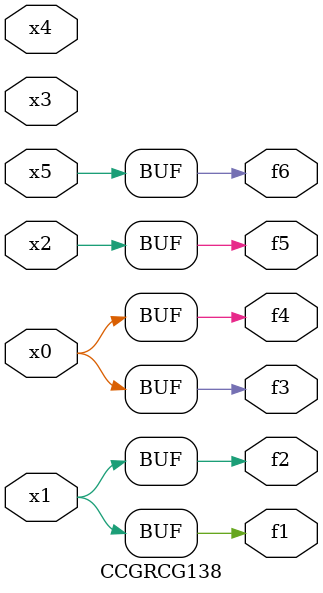
<source format=v>
module CCGRCG138(
	input x0, x1, x2, x3, x4, x5,
	output f1, f2, f3, f4, f5, f6
);
	assign f1 = x1;
	assign f2 = x1;
	assign f3 = x0;
	assign f4 = x0;
	assign f5 = x2;
	assign f6 = x5;
endmodule

</source>
